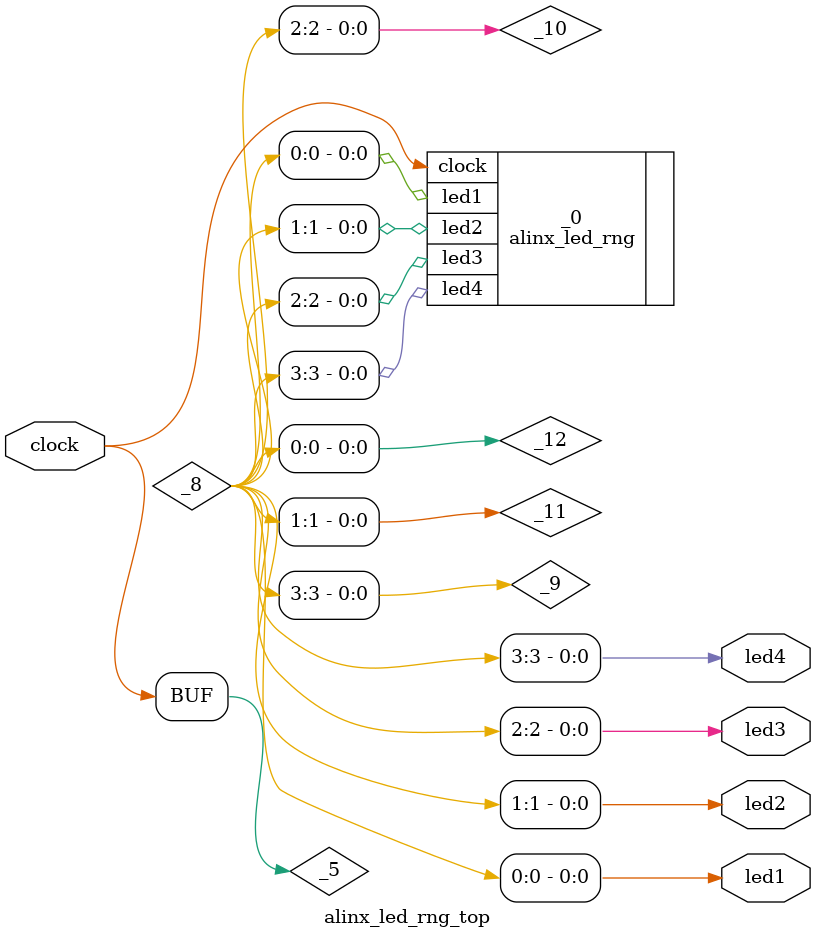
<source format=v>
module alinx_led_rng_top (
    clock,
    led1,
    led2,
    led3,
    led4
);

    input clock;
    output led1;
    output led2;
    output led3;
    output led4;

    /* signal declarations */
    wire _9;
    wire _10;
    wire _11;
    wire _5;
    wire [3:0] _8;
    wire _12;

    /* logic */
    assign _9 = _8[3:3];
    assign _10 = _8[2:2];
    assign _11 = _8[1:1];
    assign _5 = clock;
    alinx_led_rng
        _0
        ( .clock(_5), .led4(_8[3:3]), .led3(_8[2:2]), .led2(_8[1:1]), .led1(_8[0:0]) );
    assign _12 = _8[0:0];

    /* aliases */

    /* output assignments */
    assign led1 = _12;
    assign led2 = _11;
    assign led3 = _10;
    assign led4 = _9;

endmodule

</source>
